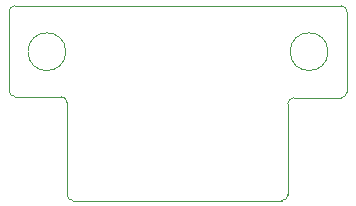
<source format=gbr>
%TF.GenerationSoftware,KiCad,Pcbnew,(6.0.11)*%
%TF.CreationDate,2023-04-13T19:56:29-04:00*%
%TF.ProjectId,HDMI FFC,48444d49-2046-4464-932e-6b696361645f,rev?*%
%TF.SameCoordinates,Original*%
%TF.FileFunction,Profile,NP*%
%FSLAX46Y46*%
G04 Gerber Fmt 4.6, Leading zero omitted, Abs format (unit mm)*
G04 Created by KiCad (PCBNEW (6.0.11)) date 2023-04-13 19:56:29*
%MOMM*%
%LPD*%
G01*
G04 APERTURE LIST*
%TA.AperFunction,Profile*%
%ADD10C,0.100000*%
%TD*%
G04 APERTURE END LIST*
D10*
X136300000Y-87600000D02*
X154000000Y-87600000D01*
X130900000Y-78300000D02*
X130900000Y-71600000D01*
X135700000Y-75000000D02*
G75*
G03*
X135700000Y-75000000I-1600000J0D01*
G01*
X159000000Y-78900000D02*
G75*
G03*
X159500000Y-78400000I0J500000D01*
G01*
X130900000Y-78300000D02*
G75*
G03*
X131400000Y-78800000I500000J0D01*
G01*
X157900000Y-75000000D02*
G75*
G03*
X157900000Y-75000000I-1600000J0D01*
G01*
X154000000Y-87600000D02*
G75*
G03*
X154500000Y-87100000I0J500000D01*
G01*
X135800000Y-79300000D02*
G75*
G03*
X135300000Y-78800000I-500000J0D01*
G01*
X154500000Y-79400000D02*
X154500000Y-87100000D01*
X159000000Y-78900000D02*
X155000000Y-78900000D01*
X155000000Y-78900000D02*
G75*
G03*
X154500000Y-79400000I0J-500000D01*
G01*
X159500000Y-71600000D02*
G75*
G03*
X159000000Y-71100000I-500000J0D01*
G01*
X131400000Y-78800000D02*
X135300000Y-78800000D01*
X135800000Y-87100000D02*
G75*
G03*
X136300000Y-87600000I500000J0D01*
G01*
X135800000Y-79300000D02*
X135800000Y-87100000D01*
X131400000Y-71100000D02*
X159000000Y-71100000D01*
X159500000Y-71600000D02*
X159500000Y-78400000D01*
X131400000Y-71100000D02*
G75*
G03*
X130900000Y-71600000I0J-500000D01*
G01*
M02*

</source>
